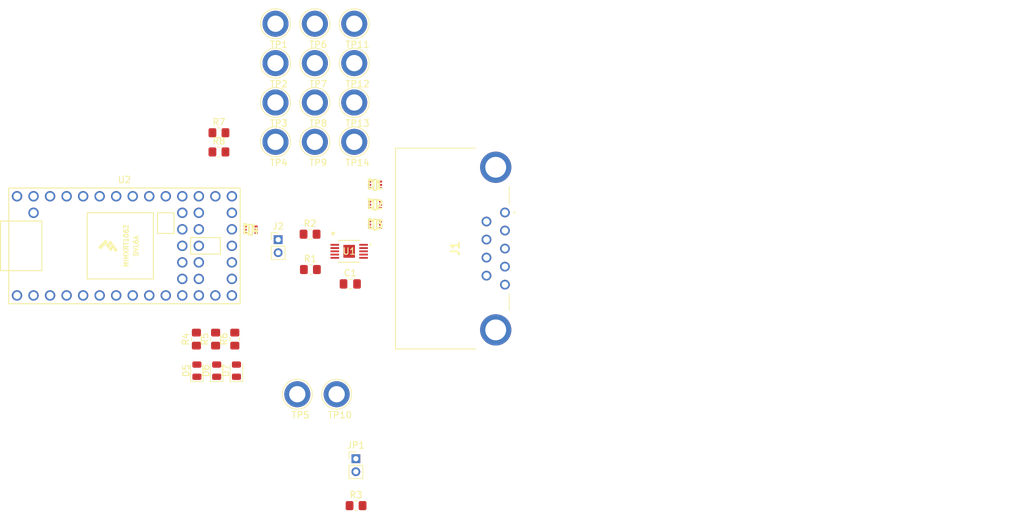
<source format=kicad_pcb>
(kicad_pcb (version 20240108) (generator "pcbnew") (generator_version "8.0")
  (layers (0 "F.Cu" signal) (31 "B.Cu" signal) (34 "B.Paste" user) (35 "F.Paste" user) (36 "B.SilkS" user "B.Silkscreen") (37 "F.SilkS" user "F.Silkscreen") (38 "B.Mask" user) (39 "F.Mask" user) (44 "Edge.Cuts" user))
  (net 0 "")
  (net 1 "+3.3V")
  (net 2 "GND")
  (net 3 "/CAN_SCL_H")
  (net 4 "/CAN_SCL_L")
  (net 5 "/CAN_SDA_L")
  (net 6 "/CAN_SDA_H")
  (net 7 "+3.3VP")
  (net 8 "+5VP")
  (net 9 "/SDA")
  (net 10 "/SCL")
  (net 11 "Net-(D5-A)")
  (net 12 "Net-(D6-A)")
  (net 13 "Net-(D7-A)")
  (net 15 "Net-(JP1-B)")
  (net 16 "/MS")
  (net 17 "/LED_1")
  (net 18 "/LED_2")
  (net 19 "/LED_3")
  (net 20 "/5V_MEAS")
  (footprint "TPD2E1B06DRLR:SOTFL50P160X60-6N" (layer "F.Cu") (at 116.165 49.88)
    (property "Reference" "D4" (at 0 0 0) (layer "F.SilkS") (effects (font (size 1.27 1.27) (thickness 0.254))))
    (property "Value" "TPD2E1B06DRLR" (hide yes))
    (fp_line (start -1.075 -0.9) (end -0.6 -0.9) (stroke (width 0.2)) (layer "F.SilkS"))
    (fp_line (start -0.25 -0.8) (end 0.25 -0.8) (stroke (width 0.2)) (layer "F.SilkS"))
    (fp_line (start -0.25 0.8) (end -0.25 -0.8) (stroke (width 0.2)) (layer "F.SilkS"))
    (fp_line (start 0.25 -0.8) (end 0.25 0.8) (stroke (width 0.2)) (layer "F.SilkS"))
    (fp_line (start 0.25 0.8) (end -0.25 0.8) (stroke (width 0.2)) (layer "F.SilkS"))
    (pad "1" smd rect (at -0.838 -0.5 90) (size 0.3 0.475) (layers "F.Cu" "F.Paste" "F.Mask") (net 9 "/SDA"))
    (pad "2" smd rect (at -0.838 0 90) (size 0.3 0.475) (layers "F.Cu" "F.Paste" "F.Mask") (net 2 "GND"))
    (pad "3" smd rect (at -0.838 0.5 90) (size 0.3 0.475) (layers "F.Cu" "F.Paste" "F.Mask") (net 10 "/SCL"))
    (pad "4" smd rect (at 0.838 0.5 90) (size 0.3 0.475) (layers "F.Cu" "F.Paste" "F.Mask") (net 10 "/SCL"))
    (pad "5" smd rect (at 0.838 0 90) (size 0.3 0.475) (layers "F.Cu" "F.Paste" "F.Mask") (net 2 "GND"))
    (pad "6" smd rect (at 0.838 -0.5 90) (size 0.3 0.475) (layers "F.Cu" "F.Paste" "F.Mask") (net 9 "/SDA"))
  )
  (footprint "TestPoint:TestPoint_Loop_D3.80mm_Drill2.5mm" (layer "F.Cu") (at 119.99 30.33)
    (property "Reference" "TP3" (at 0.5 3.2 0) (layer "F.SilkS"))
    (property "Value" "5V Meas.")
    (fp_circle (center 0 0) (end 2.3 0) (stroke (width 0.12)) (fill none) (layer "F.SilkS"))
    (pad "1" thru_hole circle (at 0 0) (size 4 4) (drill 2.5) (layers "*.Cu" "*.Mask") (net 20 "/5V_MEAS"))
  )
  (footprint "TestPoint:TestPoint_Loop_D3.80mm_Drill2.5mm" (layer "F.Cu") (at 119.99 24.28)
    (property "Reference" "TP2" (at 0.5 3.2 0) (layer "F.SilkS"))
    (property "Value" "3V3 Spine")
    (fp_circle (center 0 0) (end 2.3 0) (stroke (width 0.12)) (fill none) (layer "F.SilkS"))
    (pad "1" thru_hole circle (at 0 0) (size 4 4) (drill 2.5) (layers "*.Cu" "*.Mask") (net 7 "+3.3VP"))
  )
  (footprint "TestPoint:TestPoint_Loop_D3.80mm_Drill2.5mm" (layer "F.Cu") (at 119.99 36.38)
    (property "Reference" "TP4" (at 0.5 3.2 0) (layer "F.SilkS"))
    (property "Value" "3V3 Teensy")
    (fp_circle (center 0 0) (end 2.3 0) (stroke (width 0.12)) (fill none) (layer "F.SilkS"))
    (pad "1" thru_hole circle (at 0 0) (size 4 4) (drill 2.5) (layers "*.Cu" "*.Mask") (net 1 "+3.3V"))
  )
  (footprint "LED_SMD:LED_0805_2012Metric" (layer "F.Cu") (at 110.95 71.54 90)
    (property "Reference" "D6" (at 0 -1.65 90) (layer "F.SilkS"))
    (property "Value" "LED")
    (fp_line (start 1 -0.96) (end -1.685 -0.96) (stroke (width 0.12)) (layer "F.SilkS"))
    (fp_line (start -1.685 -0.96) (end -1.685 0.96) (stroke (width 0.12)) (layer "F.SilkS"))
    (fp_line (start -1.685 0.96) (end 1 0.96) (stroke (width 0.12)) (layer "F.SilkS"))
    (pad "1" smd roundrect (at -0.9375 0 90) (size 0.975 1.4) (layers "F.Cu" "F.Paste" "F.Mask") (net 2 "GND"))
    (pad "2" smd roundrect (at 0.9375 0 90) (size 0.975 1.4) (layers "F.Cu" "F.Paste" "F.Mask") (net 12 "Net-(D6-A)"))
  )
  (footprint "Resistor_SMD:R_0805_2012Metric_Pad1.20x1.40mm_HandSolder" (layer "F.Cu") (at 107.835 66.69 90)
    (property "Reference" "R4" (at 0 -1.65 90) (layer "F.SilkS"))
    (property "Value" "220R")
    (fp_line (start -0.227064 -0.735) (end 0.227064 -0.735) (stroke (width 0.12)) (layer "F.SilkS"))
    (fp_line (start -0.227064 0.735) (end 0.227064 0.735) (stroke (width 0.12)) (layer "F.SilkS"))
    (pad "1" smd roundrect (at -1 0 90) (size 1.2 1.4) (layers "F.Cu" "F.Paste" "F.Mask") (roundrect_rratio 0.208333) (net 11 "Net-(D5-A)"))
    (pad "2" smd roundrect (at 1 0 90) (size 1.2 1.4) (layers "F.Cu" "F.Paste" "F.Mask") (roundrect_rratio 0.208333) (net 17 "/LED_1"))
  )
  (footprint "TPD2E1B06DRLR:SOTFL50P160X60-6N" (layer "F.Cu") (at 135.292 42.99)
    (property "Reference" "D1" (at 0 0 0) (layer "F.SilkS") (effects (font (size 1.27 1.27) (thickness 0.254))))
    (property "Value" "TPD2E1B06DRLR" (hide yes))
    (fp_line (start -1.075 -0.9) (end -0.6 -0.9) (stroke (width 0.2)) (layer "F.SilkS"))
    (fp_line (start -0.25 -0.8) (end 0.25 -0.8) (stroke (width 0.2)) (layer "F.SilkS"))
    (fp_line (start -0.25 0.8) (end -0.25 -0.8) (stroke (width 0.2)) (layer "F.SilkS"))
    (fp_line (start 0.25 -0.8) (end 0.25 0.8) (stroke (width 0.2)) (layer "F.SilkS"))
    (fp_line (start 0.25 0.8) (end -0.25 0.8) (stroke (width 0.2)) (layer "F.SilkS"))
    (pad "1" smd rect (at -0.838 -0.5 90) (size 0.3 0.475) (layers "F.Cu" "F.Paste" "F.Mask") (net 3 "/CAN_SCL_H"))
    (pad "2" smd rect (at -0.838 0 90) (size 0.3 0.475) (layers "F.Cu" "F.Paste" "F.Mask") (net 2 "GND"))
    (pad "3" smd rect (at -0.838 0.5 90) (size 0.3 0.475) (layers "F.Cu" "F.Paste" "F.Mask") (net 4 "/CAN_SCL_L"))
    (pad "4" smd rect (at 0.838 0.5 90) (size 0.3 0.475) (layers "F.Cu" "F.Paste" "F.Mask") (net 4 "/CAN_SCL_L"))
    (pad "5" smd rect (at 0.838 0 90) (size 0.3 0.475) (layers "F.Cu" "F.Paste" "F.Mask") (net 2 "GND"))
    (pad "6" smd rect (at 0.838 -0.5 90) (size 0.3 0.475) (layers "F.Cu" "F.Paste" "F.Mask") (net 3 "/CAN_SCL_H"))
  )
  (footprint "Resistor_SMD:R_0805_2012Metric_Pad1.20x1.40mm_HandSolder" (layer "F.Cu") (at 111.3 37.93)
    (property "Reference" "R8" (at 0 -1.65 0) (layer "F.SilkS"))
    (property "Value" "47k")
    (fp_line (start -0.227064 -0.735) (end 0.227064 -0.735) (stroke (width 0.12)) (layer "F.SilkS"))
    (fp_line (start -0.227064 0.735) (end 0.227064 0.735) (stroke (width 0.12)) (layer "F.SilkS"))
    (pad "1" smd roundrect (at -1 0) (size 1.2 1.4) (layers "F.Cu" "F.Paste" "F.Mask") (roundrect_rratio 0.208333) (net 2 "GND"))
    (pad "2" smd roundrect (at 1 0) (size 1.2 1.4) (layers "F.Cu" "F.Paste" "F.Mask") (roundrect_rratio 0.208333) (net 20 "/5V_MEAS"))
  )
  (footprint "Resistor_SMD:R_0805_2012Metric_Pad1.20x1.40mm_HandSolder" (layer "F.Cu") (at 132.37 92.28)
    (property "Reference" "R3" (at 0 -1.65 0) (layer "F.SilkS"))
    (property "Value" "30k")
    (fp_line (start -0.227064 -0.735) (end 0.227064 -0.735) (stroke (width 0.12)) (layer "F.SilkS"))
    (fp_line (start -0.227064 0.735) (end 0.227064 0.735) (stroke (width 0.12)) (layer "F.SilkS"))
    (pad "1" smd roundrect (at -1 0) (size 1.2 1.4) (layers "F.Cu" "F.Paste" "F.Mask") (roundrect_rratio 0.208333) (net 15 "Net-(JP1-B)"))
    (pad "2" smd roundrect (at 1 0) (size 1.2 1.4) (layers "F.Cu" "F.Paste" "F.Mask") (roundrect_rratio 0.208333) (net 16 "/MS"))
  )
  (footprint "TestPoint:TestPoint_Loop_D3.80mm_Drill2.5mm" (layer "F.Cu") (at 123.34 75.16)
    (property "Reference" "TP5" (at 0.5 3.2 0) (layer "F.SilkS"))
    (property "Value" "GND Ref")
    (fp_circle (center 0 0) (end 2.3 0) (stroke (width 0.12)) (fill none) (layer "F.SilkS"))
    (pad "1" thru_hole circle (at 0 0) (size 4 4) (drill 2.5) (layers "*.Cu" "*.Mask") (net 2 "GND"))
  )
  (footprint "TestPoint:TestPoint_Loop_D3.80mm_Drill2.5mm" (layer "F.Cu") (at 132.09 36.38)
    (property "Reference" "TP14" (at 0.5 3.2 0) (layer "F.SilkS"))
    (property "Value" "SDL")
    (fp_circle (center 0 0) (end 2.3 0) (stroke (width 0.12)) (fill none) (layer "F.SilkS"))
    (pad "1" thru_hole circle (at 0 0) (size 4 4) (drill 2.5) (layers "*.Cu" "*.Mask") (net 10 "/SCL"))
  )
  (footprint "G17C0910132EU:G17C0910132EU" (layer "F.Cu") (at 155.25 47.235 -90)
    (property "Reference" "J1" (at 5.545 7.66 90) (layer "F.SilkS") (effects (font (size 1.27 1.27) (thickness 0.254))))
    (property "Value" "Spine Connector" (hide yes))
    (fp_line (start -9.875 16.82) (end -9.875 16.82) (stroke (width 0.1)) (layer "F.SilkS"))
    (fp_line (start -9.875 16.82) (end -9.875 16.82) (stroke (width 0.1)) (layer "F.SilkS"))
    (fp_line (start -9.875 16.82) (end 20.965 16.82) (stroke (width 0.1)) (layer "F.SilkS"))
    (fp_line (start -9.875 16.82) (end -9.875 4.5) (stroke (width 0.1)) (layer "F.SilkS"))
    (fp_line (start 20.965 16.82) (end -9.875 16.82) (stroke (width 0.1)) (layer "F.SilkS"))
    (fp_line (start 20.965 16.82) (end 20.965 16.82) (stroke (width 0.1)) (layer "F.SilkS"))
    (fp_line (start 20.965 16.82) (end 20.965 16.82) (stroke (width 0.1)) (layer "F.SilkS"))
    (fp_line (start 20.965 16.82) (end 20.965 4.5) (stroke (width 0.1)) (layer "F.SilkS"))
    (fp_line (start -9.875 4.5) (end -9.875 16.82) (stroke (width 0.1)) (layer "F.SilkS"))
    (fp_line (start -9.875 4.5) (end -9.875 4.5) (stroke (width 0.1)) (layer "F.SilkS"))
    (fp_line (start 20.965 4.5) (end 20.965 16.82) (stroke (width 0.1)) (layer "F.SilkS"))
    (fp_line (start 20.965 4.5) (end 20.965 4.5) (stroke (width 0.1)) (layer "F.SilkS"))
    (fp_line (start -4 -0.66) (end -4 -0.66) (stroke (width 0.1)) (layer "F.SilkS"))
    (fp_line (start -4 -0.66) (end -1.25 -0.66) (stroke (width 0.1)) (layer "F.SilkS"))
    (fp_line (start -1.25 -0.66) (end -4 -0.66) (stroke (width 0.1)) (layer "F.SilkS"))
    (fp_line (start -1.25 -0.66) (end -1.25 -0.66) (stroke (width 0.1)) (layer "F.SilkS"))
    (fp_line (start 12.5 -0.66) (end 12.5 -0.66) (stroke (width 0.1)) (layer "F.SilkS"))
    (fp_line (start 12.5 -0.66) (end 15 -0.66) (stroke (width 0.1)) (layer "F.SilkS"))
    (fp_line (start 15 -0.66) (end 12.5 -0.66) (stroke (width 0.1)) (layer "F.SilkS"))
    (fp_line (start 15 -0.66) (end 15 -0.66) (stroke (width 0.1)) (layer "F.SilkS"))
    (fp_line (start 0 -1.4) (end 0 -1.4) (stroke (width 0.2)) (layer "F.SilkS"))
    (fp_line (start 0 -1.4) (end 0 -1.4) (stroke (width 0.2)) (layer "F.SilkS"))
    (fp_line (start 0 -1.5) (end 0 -1.5) (stroke (width 0.2)) (layer "F.SilkS"))
    (fp_arc (start 0 -1.4) (mid -0.05 -1.45) (end 0 -1.5) (stroke (width 0.2)) (layer "F.SilkS"))
    (fp_arc (start 0 -1.5) (mid 0.05 -1.45) (end 0 -1.4) (stroke (width 0.2)) (layer "F.SilkS"))
    (fp_arc (start 0 -1.5) (mid 0.05 -1.45) (end 0 -1.4) (stroke (width 0.2)) (layer "F.SilkS"))
    (pad "1" thru_hole circle (at 0 0 270) (size 1.5 1.5) (drill 1) (layers "*.Cu" "*.Mask") (net 8 "+5VP"))
    (pad "2" thru_hole circle (at 2.773 0 270) (size 1.5 1.5) (drill 1) (layers "*.Cu" "*.Mask") (net 5 "/CAN_SDA_L"))
    (pad "3" thru_hole circle (at 5.545 0 270) (size 1.5 1.5) (drill 1) (layers "*.Cu" "*.Mask") (net 4 "/CAN_SCL_L"))
    (pad "4" thru_hole circle (at 8.317 0 270) (size 1.5 1.5) (drill 1) (layers "*.Cu" "*.Mask"))
    (pad "5" thru_hole circle (at 11.09 0 270) (size 1.5 1.5) (drill 1) (layers "*.Cu" "*.Mask") (net 2 "GND"))
    (pad "6" thru_hole circle (at 1.386 2.84 270) (size 1.5 1.5) (drill 1) (layers "*.Cu" "*.Mask") (net 2 "GND"))
    (pad "7" thru_hole circle (at 4.159 2.84 270) (size 1.5 1.5) (drill 1) (layers "*.Cu" "*.Mask") (net 6 "/CAN_SDA_H"))
    (pad "8" thru_hole circle (at 6.931 2.84 270) (size 1.5 1.5) (drill 1) (layers "*.Cu" "*.Mask") (net 3 "/CAN_SCL_H"))
    (pad "9" thru_hole circle (at 9.704 2.84 270) (size 1.5 1.5) (drill 1) (layers "*.Cu" "*.Mask") (net 7 "+3.3VP"))
    (pad "MH1" thru_hole circle (at -6.95 1.42 270) (size 4.8 4.8) (drill 3.2) (layers "*.Cu" "*.Mask") (net 2 "GND"))
    (pad "MH2" thru_hole circle (at 18.04 1.42 270) (size 4.8 4.8) (drill 3.2) (layers "*.Cu" "*.Mask") (net 2 "GND"))
  )
  (footprint "TestPoint:TestPoint_Loop_D3.80mm_Drill2.5mm" (layer "F.Cu") (at 132.09 30.33)
    (property "Reference" "TP13" (at 0.5 3.2 0) (layer "F.SilkS"))
    (property "Value" "SDA")
    (fp_circle (center 0 0) (end 2.3 0) (stroke (width 0.12)) (fill none) (layer "F.SilkS"))
    (pad "1" thru_hole circle (at 0 0) (size 4 4) (drill 2.5) (layers "*.Cu" "*.Mask") (net 9 "/SDA"))
  )
  (footprint "Capacitor_SMD:C_0805_2012Metric_Pad1.18x1.45mm_HandSolder" (layer "F.Cu") (at 131.48 58.21)
    (property "Reference" "C1" (at 0 -1.68 0) (layer "F.SilkS"))
    (property "Value" "2.2u")
    (fp_line (start -0.261252 -0.735) (end 0.261252 -0.735) (stroke (width 0.12)) (layer "F.SilkS"))
    (fp_line (start -0.261252 0.735) (end 0.261252 0.735) (stroke (width 0.12)) (layer "F.SilkS"))
    (pad "1" smd roundrect (at -1.0375 0) (size 1.175 1.45) (layers "F.Cu" "F.Paste" "F.Mask") (roundrect_rratio 0.212766) (net 1 "+3.3V"))
    (pad "2" smd roundrect (at 1.0375 0) (size 1.175 1.45) (layers "F.Cu" "F.Paste" "F.Mask") (roundrect_rratio 0.212766) (net 2 "GND"))
  )
  (footprint "TestPoint:TestPoint_Loop_D3.80mm_Drill2.5mm" (layer "F.Cu") (at 119.99 18.23)
    (property "Reference" "TP1" (at 0.5 3.2 0) (layer "F.SilkS"))
    (property "Value" "5V Spine")
    (fp_circle (center 0 0) (end 2.3 0) (stroke (width 0.12)) (fill none) (layer "F.SilkS"))
    (pad "1" thru_hole circle (at 0 0) (size 4 4) (drill 2.5) (layers "*.Cu" "*.Mask") (net 8 "+5VP"))
  )
  (footprint "TestPoint:TestPoint_Loop_D3.80mm_Drill2.5mm" (layer "F.Cu") (at 126.04 36.38)
    (property "Reference" "TP9" (at 0.5 3.2 0) (layer "F.SilkS"))
    (property "Value" "CAN SCL H")
    (fp_circle (center 0 0) (end 2.3 0) (stroke (width 0.12)) (fill none) (layer "F.SilkS"))
    (pad "1" thru_hole circle (at 0 0) (size 4 4) (drill 2.5) (layers "*.Cu" "*.Mask") (net 3 "/CAN_SCL_H"))
  )
  (footprint "Resistor_SMD:R_0805_2012Metric_Pad1.20x1.40mm_HandSolder" (layer "F.Cu") (at 111.3 34.98)
    (property "Reference" "R7" (at 0 -1.65 0) (layer "F.SilkS"))
    (property "Value" "51k")
    (fp_line (start -0.227064 -0.735) (end 0.227064 -0.735) (stroke (width 0.12)) (layer "F.SilkS"))
    (fp_line (start -0.227064 0.735) (end 0.227064 0.735) (stroke (width 0.12)) (layer "F.SilkS"))
    (pad "1" smd roundrect (at -1 0) (size 1.2 1.4) (layers "F.Cu" "F.Paste" "F.Mask") (roundrect_rratio 0.208333) (net 20 "/5V_MEAS"))
    (pad "2" smd roundrect (at 1 0) (size 1.2 1.4) (layers "F.Cu" "F.Paste" "F.Mask") (roundrect_rratio 0.208333) (net 8 "+5VP"))
  )
  (footprint "LT3960:LT3960" (layer "F.Cu") (at 131.31 53.2)
    (property "Reference" "U1" (at 0 0 0) (layer "F.SilkS"))
    (property "Value" "LT3960")
    (fp_line (start -1.6764 1.6764) (end 1.6764 1.6764) (stroke (width 0.1524)) (layer "F.SilkS"))
    (fp_line (start 1.6764 -1.6764) (end -1.6764 -1.6764) (stroke (width 0.1524)) (layer "F.SilkS"))
    (fp_poly (pts (xy 3.385299 -1.190501) (xy 3.385299 -0.809501) (xy 3.131299 -0.809501) (xy 3.131299 -1.190501)) (fill solid) (layer "F.SilkS"))
    (fp_text user "*" (at -2.46735 -2.4224 0) (layer "F.SilkS"))
    (fp_text user "*" (at -2.46735 -2.4224 0) (layer "F.SilkS"))
    (pad "1" smd rect (at -2.213348 -1.000001) (size 1.327899 0.2794) (layers "F.Cu" "F.Paste" "F.Mask") (net 5 "/CAN_SDA_L"))
    (pad "2" smd rect (at -2.213348 -0.499999) (size 1.327899 0.2794) (layers "F.Cu" "F.Paste" "F.Mask") (net 6 "/CAN_SDA_H"))
    (pad "3" smd rect (at -2.213348 0) (size 1.327899 0.2794) (layers "F.Cu" "F.Paste" "F.Mask") (net 2 "GND"))
    (pad "4" smd rect (at -2.213348 0.499999) (size 1.327899 0.2794) (layers "F.Cu" "F.Paste" "F.Mask") (net 3 "/CAN_SCL_H"))
    (pad "5" smd rect (at -2.213348 1.000001) (size 1.327899 0.2794) (layers "F.Cu" "F.Paste" "F.Mask") (net 4 "/CAN_SCL_L"))
    (pad "6" smd rect (at 2.213348 1.000001) (size 1.327899 0.2794) (layers "F.Cu" "F.Paste" "F.Mask") (net 1 "+3.3V"))
    (pad "7" smd rect (at 2.213348 0.499999) (size 1.327899 0.2794) (layers "F.Cu" "F.Paste" "F.Mask") (net 16 "/MS"))
    (pad "8" smd rect (at 2.213348 0) (size 1.327899 0.2794) (layers "F.Cu" "F.Paste" "F.Mask") (net 1 "+3.3V"))
    (pad "9" smd rect (at 2.213348 -0.499999) (size 1.327899 0.2794) (layers "F.Cu" "F.Paste" "F.Mask") (net 10 "/SCL"))
    (pad "10" smd rect (at 2.213348 -1.000001) (size 1.327899 0.2794) (layers "F.Cu" "F.Paste" "F.Mask") (net 9 "/SDA"))
    (pad "11" smd rect (at 0 0) (size 1.778 1.9812) (layers "F.Cu" "F.Paste" "F.Mask") (net 2 "GND"))
  )
  (footprint "LED_SMD:LED_0805_2012Metric" (layer "F.Cu") (at 107.91 71.54 90)
    (property "Reference" "D5" (at 0 -1.65 90) (layer "F.SilkS"))
    (property "Value" "LED")
    (fp_line (start 1 -0.96) (end -1.685 -0.96) (stroke (width 0.12)) (layer "F.SilkS"))
    (fp_line (start -1.685 -0.96) (end -1.685 0.96) (stroke (width 0.12)) (layer "F.SilkS"))
    (fp_line (start -1.685 0.96) (end 1 0.96) (stroke (width 0.12)) (layer "F.SilkS"))
    (pad "1" smd roundrect (at -0.9375 0 90) (size 0.975 1.4) (layers "F.Cu" "F.Paste" "F.Mask") (net 2 "GND"))
    (pad "2" smd roundrect (at 0.9375 0 90) (size 0.975 1.4) (layers "F.Cu" "F.Paste" "F.Mask") (net 11 "Net-(D5-A)"))
  )
  (footprint "Resistor_SMD:R_0805_2012Metric_Pad1.20x1.40mm_HandSolder" (layer "F.Cu") (at 113.735 66.69 90)
    (property "Reference" "R6" (at 0 -1.65 90) (layer "F.SilkS"))
    (property "Value" "220R")
    (fp_line (start -0.227064 -0.735) (end 0.227064 -0.735) (stroke (width 0.12)) (layer "F.SilkS"))
    (fp_line (start -0.227064 0.735) (end 0.227064 0.735) (stroke (width 0.12)) (layer "F.SilkS"))
    (pad "1" smd roundrect (at -1 0 90) (size 1.2 1.4) (layers "F.Cu" "F.Paste" "F.Mask") (roundrect_rratio 0.208333) (net 13 "Net-(D7-A)"))
    (pad "2" smd roundrect (at 1 0 90) (size 1.2 1.4) (layers "F.Cu" "F.Paste" "F.Mask") (roundrect_rratio 0.208333) (net 19 "/LED_3"))
  )
  (footprint "TestPoint:TestPoint_Loop_D3.80mm_Drill2.5mm" (layer "F.Cu") (at 129.39 75.16)
    (property "Reference" "TP10" (at 0.5 3.2 0) (layer "F.SilkS"))
    (property "Value" "CAN SCL L")
    (fp_circle (center 0 0) (end 2.3 0) (stroke (width 0.12)) (fill none) (layer "F.SilkS"))
    (pad "1" thru_hole circle (at 0 0) (size 4 4) (drill 2.5) (layers "*.Cu" "*.Mask") (net 4 "/CAN_SCL_L"))
  )
  (footprint "TestPoint:TestPoint_Loop_D3.80mm_Drill2.5mm" (layer "F.Cu") (at 126.04 18.23)
    (property "Reference" "TP6" (at 0.5 3.2 0) (layer "F.SilkS"))
    (property "Value" "LED 1")
    (fp_circle (center 0 0) (end 2.3 0) (stroke (width 0.12)) (fill none) (layer "F.SilkS"))
    (pad "1" thru_hole circle (at 0 0) (size 4 4) (drill 2.5) (layers "*.Cu" "*.Mask") (net 17 "/LED_1"))
  )
  (footprint "TestPoint:TestPoint_Loop_D3.80mm_Drill2.5mm" (layer "F.Cu") (at 132.09 18.23)
    (property "Reference" "TP11" (at 0.5 3.2 0) (layer "F.SilkS"))
    (property "Value" "CAN SDA H")
    (fp_circle (center 0 0) (end 2.3 0) (stroke (width 0.12)) (fill none) (layer "F.SilkS"))
    (pad "1" thru_hole circle (at 0 0) (size 4 4) (drill 2.5) (layers "*.Cu" "*.Mask") (net 6 "/CAN_SDA_H"))
  )
  (footprint "TestPoint:TestPoint_Loop_D3.80mm_Drill2.5mm" (layer "F.Cu") (at 126.04 24.28)
    (property "Reference" "TP7" (at 0.5 3.2 0) (layer "F.SilkS"))
    (property "Value" "LED 2")
    (fp_circle (center 0 0) (end 2.3 0) (stroke (width 0.12)) (fill none) (layer "F.SilkS"))
    (pad "1" thru_hole circle (at 0 0) (size 4 4) (drill 2.5) (layers "*.Cu" "*.Mask") (net 18 "/LED_2"))
  )
  (footprint "LED_SMD:LED_0805_2012Metric" (layer "F.Cu") (at 113.99 71.54 90)
    (property "Reference" "D7" (at 0 -1.65 90) (layer "F.SilkS"))
    (property "Value" "LED")
    (fp_line (start 1 -0.96) (end -1.685 -0.96) (stroke (width 0.12)) (layer "F.SilkS"))
    (fp_line (start -1.685 -0.96) (end -1.685 0.96) (stroke (width 0.12)) (layer "F.SilkS"))
    (fp_line (start -1.685 0.96) (end 1 0.96) (stroke (width 0.12)) (layer "F.SilkS"))
    (pad "1" smd roundrect (at -0.9375 0 90) (size 0.975 1.4) (layers "F.Cu" "F.Paste" "F.Mask") (net 2 "GND"))
    (pad "2" smd roundrect (at 0.9375 0 90) (size 0.975 1.4) (layers "F.Cu" "F.Paste" "F.Mask") (net 13 "Net-(D7-A)"))
  )
  (footprint "TPD2E1B06DRLR:SOTFL50P160X60-6N" (layer "F.Cu") (at 135.292 49.09)
    (property "Reference" "D3" (at 0 0 0) (layer "F.SilkS") (effects (font (size 1.27 1.27) (thickness 0.254))))
    (property "Value" "TPD2E1B06DRLR" (hide yes))
    (fp_line (start -1.075 -0.9) (end -0.6 -0.9) (stroke (width 0.2)) (layer "F.SilkS"))
    (fp_line (start -0.25 -0.8) (end 0.25 -0.8) (stroke (width 0.2)) (layer "F.SilkS"))
    (fp_line (start -0.25 0.8) (end -0.25 -0.8) (stroke (width 0.2)) (layer "F.SilkS"))
    (fp_line (start 0.25 -0.8) (end 0.25 0.8) (stroke (width 0.2)) (layer "F.SilkS"))
    (fp_line (start 0.25 0.8) (end -0.25 0.8) (stroke (width 0.2)) (layer "F.SilkS"))
    (pad "1" smd rect (at -0.838 -0.5 90) (size 0.3 0.475) (layers "F.Cu" "F.Paste" "F.Mask") (net 8 "+5VP"))
    (pad "2" smd rect (at -0.838 0 90) (size 0.3 0.475) (layers "F.Cu" "F.Paste" "F.Mask") (net 2 "GND"))
    (pad "3" smd rect (at -0.838 0.5 90) (size 0.3 0.475) (layers "F.Cu" "F.Paste" "F.Mask") (net 7 "+3.3VP"))
    (pad "4" smd rect (at 0.838 0.5 90) (size 0.3 0.475) (layers "F.Cu" "F.Paste" "F.Mask") (net 7 "+3.3VP"))
    (pad "5" smd rect (at 0.838 0 90) (size 0.3 0.475) (layers "F.Cu" "F.Paste" "F.Mask") (net 2 "GND"))
    (pad "6" smd rect (at 0.838 -0.5 90) (size 0.3 0.475) (layers "F.Cu" "F.Paste" "F.Mask") (net 8 "+5VP"))
  )
  (footprint "TestPoint:TestPoint_Loop_D3.80mm_Drill2.5mm" (layer "F.Cu") (at 132.09 24.28)
    (property "Reference" "TP12" (at 0.5 3.2 0) (layer "F.SilkS"))
    (property "Value" "CAN SDA L")
    (fp_circle (center 0 0) (end 2.3 0) (stroke (width 0.12)) (fill none) (layer "F.SilkS"))
    (pad "1" thru_hole circle (at 0 0) (size 4 4) (drill 2.5) (layers "*.Cu" "*.Mask") (net 5 "/CAN_SDA_L"))
  )
  (footprint "Resistor_SMD:R_0805_2012Metric_Pad1.20x1.40mm_HandSolder" (layer "F.Cu") (at 125.35 56)
    (property "Reference" "R1" (at 0 -1.65 0) (layer "F.SilkS"))
    (property "Value" "4.7k")
    (fp_line (start -0.227064 -0.735) (end 0.227064 -0.735) (stroke (width 0.12)) (layer "F.SilkS"))
    (fp_line (start -0.227064 0.735) (end 0.227064 0.735) (stroke (width 0.12)) (layer "F.SilkS"))
    (pad "1" smd roundrect (at -1 0) (size 1.2 1.4) (layers "F.Cu" "F.Paste" "F.Mask") (roundrect_rratio 0.208333) (net 1 "+3.3V"))
    (pad "2" smd roundrect (at 1 0) (size 1.2 1.4) (layers "F.Cu" "F.Paste" "F.Mask") (roundrect_rratio 0.208333) (net 9 "/SDA"))
  )
  (footprint "Resistor_SMD:R_0805_2012Metric_Pad1.20x1.40mm_HandSolder" (layer "F.Cu") (at 110.785 66.69 90)
    (property "Reference" "R5" (at 0 -1.65 90) (layer "F.SilkS"))
    (property "Value" "220R")
    (fp_line (start -0.227064 -0.735) (end 0.227064 -0.735) (stroke (width 0.12)) (layer "F.SilkS"))
    (fp_line (start -0.227064 0.735) (end 0.227064 0.735) (stroke (width 0.12)) (layer "F.SilkS"))
    (pad "1" smd roundrect (at -1 0 90) (size 1.2 1.4) (layers "F.Cu" "F.Paste" "F.Mask") (roundrect_rratio 0.208333) (net 12 "Net-(D6-A)"))
    (pad "2" smd roundrect (at 1 0 90) (size 1.2 1.4) (layers "F.Cu" "F.Paste" "F.Mask") (roundrect_rratio 0.208333) (net 18 "/LED_2"))
  )
  (footprint "Teensy:Teensy40" (layer "F.Cu") (at 96.78 52.36)
    (property "Reference" "U2" (at 0 -10.16 0) (layer "F.SilkS"))
    (property "Value" "Teensy4.0")
    (fp_line (start -19.05 -3.81) (end -17.78 -3.81) (stroke (width 0.15)) (layer "F.SilkS"))
    (fp_line (start -19.05 3.81) (end -19.05 -3.81) (stroke (width 0.15)) (layer "F.SilkS"))
    (fp_line (start -17.78 -8.89) (end 17.78 -8.89) (stroke (width 0.15)) (layer "F.SilkS"))
    (fp_line (start -17.78 3.81) (end -19.05 3.81) (stroke (width 0.15)) (layer "F.SilkS"))
    (fp_line (start -17.78 8.89) (end -17.78 -8.89) (stroke (width 0.15)) (layer "F.SilkS"))
    (fp_line (start -12.7 -3.81) (end -17.78 -3.81) (stroke (width 0.15)) (layer "F.SilkS"))
    (fp_line (start -12.7 3.81) (end -17.78 3.81) (stroke (width 0.15)) (layer "F.SilkS"))
    (fp_line (start -12.7 3.81) (end -12.7 -3.81) (stroke (width 0.15)) (layer "F.SilkS"))
    (fp_line (start -5.715 -5.08) (end -5.715 5.08) (stroke (width 0.15)) (layer "F.SilkS"))
    (fp_line (start 4.445 -5.08) (end -5.715 -5.08) (stroke (width 0.15)) (layer "F.SilkS"))
    (fp_line (start 4.445 5.08) (end -5.715 5.08) (stroke (width 0.15)) (layer "F.SilkS"))
    (fp_line (start 4.445 5.08) (end 4.445 -5.08) (stroke (width 0.15)) (layer "F.SilkS"))
    (fp_line (start 5.08 -5.08) (end 7.62 -5.08) (stroke (width 0.15)) (layer "F.SilkS"))
    (fp_line (start 5.08 -1.905) (end 5.08 -5.08) (stroke (width 0.15)) (layer "F.SilkS"))
    (fp_line (start 7.62 -5.08) (end 7.62 -1.905) (stroke (width 0.15)) (layer "F.SilkS"))
    (fp_line (start 7.62 -1.905) (end 5.08 -1.905) (stroke (width 0.15)) (layer "F.SilkS"))
    (fp_line (start 10.16 -1.27) (end 14.732 -1.27) (stroke (width 0.15)) (layer "F.SilkS"))
    (fp_line (start 10.16 1.27) (end 10.16 -1.27) (stroke (width 0.15)) (layer "F.SilkS"))
    (fp_line (start 14.732 -1.27) (end 14.732 1.27) (stroke (width 0.15)) (layer "F.SilkS"))
    (fp_line (start 14.732 1.27) (end 10.16 1.27) (stroke (width 0.15)) (layer "F.SilkS"))
    (fp_line (start 17.78 -8.89) (end 17.78 8.89) (stroke (width 0.15)) (layer "F.SilkS"))
    (fp_line (start 17.78 8.89) (end -17.78 8.89) (stroke (width 0.15)) (layer "F.SilkS"))
    (fp_poly (pts (xy -3.937 0.127) (xy -3.683 -0.127) (xy -3.429 0.254) (xy -3.683 0.508)) (stroke (width 0.1)) (fill solid) (layer "F.SilkS"))
    (fp_poly (pts (xy -3.556 -0.254) (xy -3.302 -0.508) (xy -3.048 -0.127) (xy -3.302 0.127)) (stroke (width 0.1)) (fill solid) (layer "F.SilkS"))
    (fp_poly (pts (xy -3.175 -0.635) (xy -2.921 -0.889) (xy -2.667 -0.508) (xy -2.921 -0.254)) (stroke (width 0.1)) (fill solid) (layer "F.SilkS"))
    (fp_poly (pts (xy -2.794 -0.127) (xy -2.54 -0.381) (xy -2.286 0) (xy -2.54 0.254)) (stroke (width 0.1)) (fill solid) (layer "F.SilkS"))
    (fp_poly (pts (xy -2.413 -0.508) (xy -2.159 -0.762) (xy -1.905 -0.381) (xy -2.159 -0.127)) (stroke (width 0.1)) (fill solid) (layer "F.SilkS"))
    (fp_poly (pts (xy -2.413 0.381) (xy -2.159 0.127) (xy -1.905 0.508) (xy -2.159 0.762)) (stroke (width 0.1)) (fill solid) (layer "F.SilkS"))
    (fp_poly (pts (xy -2.032 0) (xy -1.778 -0.254) (xy -1.524 0.127) (xy -1.778 0.381)) (stroke (width 0.1)) (fill solid) (layer "F.SilkS"))
    (fp_poly (pts (xy -1.651 0.508) (xy -1.397 0.254) (xy -1.143 0.635) (xy -1.397 0.889)) (stroke (width 0.1)) (fill solid) (layer "F.SilkS"))
    (fp_text user "MIMXRT1062" (at 0.254 0 90) (layer "F.SilkS") (effects (font (size 0.7 0.7))))
    (fp_text user "DVL6A" (at 1.778 0 90) (layer "F.SilkS") (effects (font (size 0.7 0.7))))
    (pad "1" thru_hole circle (at -16.51 7.62) (size 1.6 1.6) (drill 1.1) (layers "*.Cu" "*.Mask") (net 2 "GND"))
    (pad "2" thru_hole circle (at -13.97 7.62) (size 1.6 1.6) (drill 1.1) (layers "*.Cu" "*.Mask"))
    (pad "3" thru_hole circle (at -11.43 7.62) (size 1.6 1.6) (drill 1.1) (layers "*.Cu" "*.Mask"))
    (pad "4" thru_hole circle (at -8.89 7.62) (size 1.6 1.6) (drill 1.1) (layers "*.Cu" "*.Mask"))
    (pad "5" thru_hole circle (at -6.35 7.62) (size 1.6 1.6) (drill 1.1) (layers "*.Cu" "*.Mask"))
    (pad "6" thru_hole circle (at -3.81 7.62) (size 1.6 1.6) (drill 1.1) (layers "*.Cu" "*.Mask"))
    (pad "7" thru_hole circle (at -1.27 7.62) (size 1.6 1.6) (drill 1.1) (layers "*.Cu" "*.Mask"))
    (pad "8" thru_hole circle (at 1.27 7.62) (size 1.6 1.6) (drill 1.1) (layers "*.Cu" "*.Mask"))
    (pad "9" thru_hole circle (at 3.81 7.62) (size 1.6 1.6) (drill 1.1) (layers "*.Cu" "*.Mask"))
    (pad "10" thru_hole circle (at 6.35 7.62) (size 1.6 1.6) (drill 1.1) (layers "*.Cu" "*.Mask"))
    (pad "11" thru_hole circle (at 8.89 7.62) (size 1.6 1.6) (drill 1.1) (layers "*.Cu" "*.Mask"))
    (pad "12" thru_hole circle (at 11.43 7.62) (size 1.6 1.6) (drill 1.1) (layers "*.Cu" "*.Mask") (net 17 "/LED_1"))
    (pad "13" thru_hole circle (at 13.97 7.62) (size 1.6 1.6) (drill 1.1) (layers "*.Cu" "*.Mask") (net 18 "/LED_2"))
    (pad "14" thru_hole circle (at 16.51 7.62) (size 1.6 1.6) (drill 1.1) (layers "*.Cu" "*.Mask") (net 19 "/LED_3"))
    (pad "15" thru_hole circle (at 16.51 5.08) (size 1.6 1.6) (drill 1.1) (layers "*.Cu" "*.Mask"))
    (pad "16" thru_hole circle (at 16.51 2.54) (size 1.6 1.6) (drill 1.1) (layers "*.Cu" "*.Mask") (net 1 "+3.3V"))
    (pad "17" thru_hole circle (at 16.51 0) (size 1.6 1.6) (drill 1.1) (layers "*.Cu" "*.Mask") (net 2 "GND"))
    (pad "18" thru_hole circle (at 16.51 -2.54) (size 1.6 1.6) (drill 1.1) (layers "*.Cu" "*.Mask"))
    (pad "19" thru_hole circle (at 16.51 -5.08) (size 1.6 1.6) (drill 1.1) (layers "*.Cu" "*.Mask"))
    (pad "20" thru_hole circle (at 16.51 -7.62) (size 1.6 1.6) (drill 1.1) (layers "*.Cu" "*.Mask"))
    (pad "21" thru_hole circle (at 13.97 -7.62) (size 1.6 1.6) (drill 1.1) (layers "*.Cu" "*.Mask") (net 20 "/5V_MEAS"))
    (pad "22" thru_hole circle (at 11.43 -7.62) (size 1.6 1.6) (drill 1.1) (layers "*.Cu" "*.Mask") (net 7 "+3.3VP"))
    (pad "23" thru_hole circle (at 8.89 -7.62) (size 1.6 1.6) (drill 1.1) (layers "*.Cu" "*.Mask"))
    (pad "24" thru_hole circle (at 6.35 -7.62) (size 1.6 1.6) (drill 1.1) (layers "*.Cu" "*.Mask"))
    (pad "25" thru_hole circle (at 3.81 -7.62) (size 1.6 1.6) (drill 1.1) (layers "*.Cu" "*.Mask") (net 9 "/SDA"))
    (pad "26" thru_hole circle (at 1.27 -7.62) (size 1.6 1.6) (drill 1.1) (layers "*.Cu" "*.Mask") (net 10 "/SCL"))
    (pad "27" thru_hole circle (at -1.27 -7.62) (size 1.6 1.6) (drill 1.1) (layers "*.Cu" "*.Mask"))
    (pad "28" thru_hole circle (at -3.81 -7.62) (size 1.6 1.6) (drill 1.1) (layers "*.Cu" "*.Mask"))
    (pad "29" thru_hole circle (at -6.35 -7.62) (size 1.6 1.6) (drill 1.1) (layers "*.Cu" "*.Mask"))
    (pad "30" thru_hole circle (at -8.89 -7.62) (size 1.6 1.6) (drill 1.1) (layers "*.Cu" "*.Mask"))
    (pad "31" thru_hole circle (at -11.43 -7.62) (size 1.6 1.6) (drill 1.1) (layers "*.Cu" "*.Mask") (net 1 "+3.3V"))
    (pad "32" thru_hole circle (at -13.97 -7.62) (size 1.6 1.6) (drill 1.1) (layers "*.Cu" "*.Mask") (net 2 "GND"))
    (pad "33" thru_hole circle (at -16.51 -7.62) (size 1.6 1.6) (drill 1.1) (layers "*.Cu" "*.Mask"))
    (pad "34" thru_hole circle (at -13.97 -5.08) (size 1.6 1.6) (drill 1.1) (layers "*.Cu" "*.Mask"))
    (pad "35" thru_hole circle (at 11.43 -5.08) (size 1.6 1.6) (drill 1.1) (layers "*.Cu" "*.Mask"))
    (pad "36" thru_hole circle (at 8.89 -5.08) (size 1.6 1.6) (drill 1.1) (layers "*.Cu" "*.Mask"))
    (pad "37" thru_hole circle (at 11.43 -2.54) (size 1.6 1.6) (drill 1.1) (layers "*.Cu" "*.Mask"))
    (pad "38" thru_hole circle (at 8.89 -2.54) (size 1.6 1.6) (drill 1.1) (layers "*.Cu" "*.Mask"))
    (pad "39" thru_hole circle (at 11.43 0) (size 1.6 1.6) (drill 1.1) (layers "*.Cu" "*.Mask"))
    (pad "40" thru_hole circle (at 8.89 0) (size 1.6 1.6) (drill 1.1) (layers "*.Cu" "*.Mask"))
    (pad "41" thru_hole circle (at 11.43 2.54) (size 1.6 1.6) (drill 1.1) (layers "*.Cu" "*.Mask"))
    (pad "42" thru_hole circle (at 8.89 2.54) (size 1.6 1.6) (drill 1.1) (layers "*.Cu" "*.Mask"))
    (pad "43" thru_hole circle (at 11.43 5.08) (size 1.6 1.6) (drill 1.1) (layers "*.Cu" "*.Mask"))
    (pad "44" thru_hole circle (at 8.89 5.08) (size 1.6 1.6) (drill 1.1) (layers "*.Cu" "*.Mask"))
  )
  (footprint "TestPoint:TestPoint_Loop_D3.80mm_Drill2.5mm" (layer "F.Cu") (at 126.04 30.33)
    (property "Reference" "TP8" (at 0.5 3.2 0) (layer "F.SilkS"))
    (property "Value" "LED 3")
    (fp_circle (center 0 0) (end 2.3 0) (stroke (width 0.12)) (fill none) (layer "F.SilkS"))
    (pad "1" thru_hole circle (at 0 0) (size 4 4) (drill 2.5) (layers "*.Cu" "*.Mask") (net 19 "/LED_3"))
  )
  (footprint "Connector_PinHeader_2.00mm:PinHeader_1x02_P2.00mm_Vertical" (layer "F.Cu") (at 120.4 51.41)
    (property "Reference" "J2" (at 0 -2.06 0) (layer "F.SilkS"))
    (property "Value" "I2C Bypass")
    (fp_line (start -1.06 -1.06) (end 0 -1.06) (stroke (width 0.12)) (layer "F.SilkS"))
    (fp_line (start -1.06 0) (end -1.06 -1.06) (stroke (width 0.12)) (layer "F.SilkS"))
    (fp_line (start -1.06 1) (end -1.06 3.06) (stroke (width 0.12)) (layer "F.SilkS"))
    (fp_line (start -1.06 1) (end 1.06 1) (stroke (width 0.12)) (layer "F.SilkS"))
    (fp_line (start -1.06 3.06) (end 1.06 3.06) (stroke (width 0.12)) (layer "F.SilkS"))
    (fp_line (start 1.06 1) (end 1.06 3.06) (stroke (width 0.12)) (layer "F.SilkS"))
    (pad "1" thru_hole rect (at 0 0) (size 1.35 1.35) (drill 0.8) (layers "*.Cu" "*.Mask") (net 9 "/SDA"))
    (pad "2" thru_hole oval (at 0 2) (size 1.35 1.35) (drill 0.8) (layers "*.Cu" "*.Mask") (net 10 "/SCL"))
  )
  (footprint "Connector_PinHeader_2.00mm:PinHeader_1x02_P2.00mm_Vertical" (layer "F.Cu") (at 132.34 85.07)
    (property "Reference" "JP1" (at 0 -2.06 0) (layer "F.SilkS"))
    (property "Value" "Master/Slave Select")
    (fp_line (start -1.06 -1.06) (end 0 -1.06) (stroke (width 0.12)) (layer "F.SilkS"))
    (fp_line (start -1.06 0) (end -1.06 -1.06) (stroke (width 0.12)) (layer "F.SilkS"))
    (fp_line (start -1.06 1) (end -1.06 3.06) (stroke (width 0.12)) (layer "F.SilkS"))
    (fp_line (start -1.06 1) (end 1.06 1) (stroke (width 0.12)) (layer "F.SilkS"))
    (fp_line (start -1.06 3.06) (end 1.06 3.06) (stroke (width 0.12)) (layer "F.SilkS"))
    (fp_line (start 1.06 1) (end 1.06 3.06) (stroke (width 0.12)) (layer "F.SilkS"))
    (pad "1" thru_hole rect (at 0 0) (size 1.35 1.35) (drill 0.8) (layers "*.Cu" "*.Mask") (net 1 "+3.3V"))
    (pad "2" thru_hole oval (at 0 2) (size 1.35 1.35) (drill 0.8) (layers "*.Cu" "*.Mask") (net 15 "Net-(JP1-B)"))
  )
  (footprint "TPD2E1B06DRLR:SOTFL50P160X60-6N" (layer "F.Cu") (at 135.292 46.04)
    (property "Reference" "D2" (at 0 0 0) (layer "F.SilkS") (effects (font (size 1.27 1.27) (thickness 0.254))))
    (property "Value" "TPD2E1B06DRLR" (hide yes))
    (fp_line (start -1.075 -0.9) (end -0.6 -0.9) (stroke (width 0.2)) (layer "F.SilkS"))
    (fp_line (start -0.25 -0.8) (end 0.25 -0.8) (stroke (width 0.2)) (layer "F.SilkS"))
    (fp_line (start -0.25 0.8) (end -0.25 -0.8) (stroke (width 0.2)) (layer "F.SilkS"))
    (fp_line (start 0.25 -0.8) (end 0.25 0.8) (stroke (width 0.2)) (layer "F.SilkS"))
    (fp_line (start 0.25 0.8) (end -0.25 0.8) (stroke (width 0.2)) (layer "F.SilkS"))
    (pad "1" smd rect (at -0.838 -0.5 90) (size 0.3 0.475) (layers "F.Cu" "F.Paste" "F.Mask") (net 6 "/CAN_SDA_H"))
    (pad "2" smd rect (at -0.838 0 90) (size 0.3 0.475) (layers "F.Cu" "F.Paste" "F.Mask") (net 2 "GND"))
    (pad "3" smd rect (at -0.838 0.5 90) (size 0.3 0.475) (layers "F.Cu" "F.Paste" "F.Mask") (net 5 "/CAN_SDA_L"))
    (pad "4" smd rect (at 0.838 0.5 90) (size 0.3 0.475) (layers "F.Cu" "F.Paste" "F.Mask") (net 5 "/CAN_SDA_L"))
    (pad "5" smd rect (at 0.838 0 90) (size 0.3 0.475) (layers "F.Cu" "F.Paste" "F.Mask") (net 2 "GND"))
    (pad "6" smd rect (at 0.838 -0.5 90) (size 0.3 0.475) (layers "F.Cu" "F.Paste" "F.Mask") (net 6 "/CAN_SDA_H"))
  )
  (footprint "Resistor_SMD:R_0805_2012Metric_Pad1.20x1.40mm_HandSolder" (layer "F.Cu") (at 125.3 50.57)
    (property "Reference" "R2" (at 0 -1.65 0) (layer "F.SilkS"))
    (property "Value" "4.7k")
    (fp_line (start -0.227064 -0.735) (end 0.227064 -0.735) (stroke (width 0.12)) (layer "F.SilkS"))
    (fp_line (start -0.227064 0.735) (end 0.227064 0.735) (stroke (width 0.12)) (layer "F.SilkS"))
    (pad "1" smd roundrect (at -1 0) (size 1.2 1.4) (layers "F.Cu" "F.Paste" "F.Mask") (roundrect_rratio 0.208333) (net 1 "+3.3V"))
    (pad "2" smd roundrect (at 1 0) (size 1.2 1.4) (layers "F.Cu" "F.Paste" "F.Mask") (roundrect_rratio 0.208333) (net 10 "/SCL"))
  )
)
</source>
